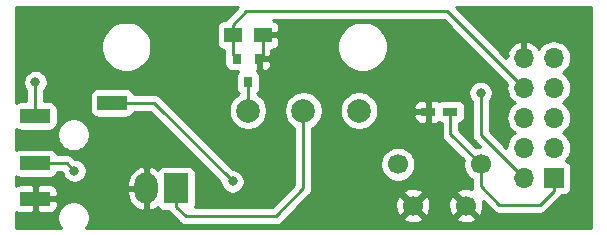
<source format=gtl>
G04 #@! TF.GenerationSoftware,KiCad,Pcbnew,(5.1.0)-1*
G04 #@! TF.CreationDate,2019-04-11T16:44:05+05:30*
G04 #@! TF.ProjectId,senseBe_rev3_daughter,73656e73-6542-4655-9f72-6576335f6461,rev?*
G04 #@! TF.SameCoordinates,Original*
G04 #@! TF.FileFunction,Copper,L1,Top*
G04 #@! TF.FilePolarity,Positive*
%FSLAX46Y46*%
G04 Gerber Fmt 4.6, Leading zero omitted, Abs format (unit mm)*
G04 Created by KiCad (PCBNEW (5.1.0)-1) date 2019-04-11 16:44:05*
%MOMM*%
%LPD*%
G04 APERTURE LIST*
%ADD10R,1.700000X1.700000*%
%ADD11O,1.700000X1.700000*%
%ADD12R,2.500000X1.200000*%
%ADD13C,2.000000*%
%ADD14O,2.000000X2.600000*%
%ADD15R,2.000000X2.600000*%
%ADD16R,1.200000X0.750000*%
%ADD17R,1.500000X1.250000*%
%ADD18R,0.800000X0.900000*%
%ADD19C,1.700000*%
%ADD20C,0.800000*%
%ADD21C,0.250000*%
%ADD22C,0.254000*%
G04 APERTURE END LIST*
D10*
X56200000Y-25100000D03*
D11*
X53660000Y-25100000D03*
X56200000Y-22560000D03*
X53660000Y-22560000D03*
X56200000Y-20020000D03*
X53660000Y-20020000D03*
X56200000Y-17480000D03*
X53660000Y-17480000D03*
X56200000Y-14940000D03*
X53660000Y-14940000D03*
D12*
X18798000Y-18759000D03*
X12298000Y-19859000D03*
X12298000Y-23859000D03*
X12298000Y-26859000D03*
D13*
X35000000Y-19400000D03*
X30300000Y-19400000D03*
X39700000Y-19400000D03*
D14*
X21700000Y-26000000D03*
D15*
X24240000Y-26000000D03*
D16*
X47450000Y-19500000D03*
X45550000Y-19500000D03*
D17*
X31550000Y-13000000D03*
X29050000Y-13000000D03*
D18*
X31250000Y-15000000D03*
X29350000Y-15000000D03*
X30300000Y-17000000D03*
D19*
X44250000Y-27450000D03*
X48750000Y-27450000D03*
X43000000Y-23950000D03*
X50000000Y-23950000D03*
D20*
X33000000Y-13000000D03*
X12300000Y-17000000D03*
X50000000Y-17900000D03*
X29000000Y-25400000D03*
X15600000Y-24500000D03*
D21*
X31550000Y-14700000D02*
X31250000Y-15000000D01*
X31550000Y-13000000D02*
X31550000Y-14700000D01*
X31550000Y-13000000D02*
X33000000Y-13000000D01*
X45550000Y-26150000D02*
X45550000Y-19500000D01*
X44250000Y-27450000D02*
X45550000Y-26150000D01*
X35000000Y-19400000D02*
X35000000Y-26000000D01*
X32645000Y-28355000D02*
X25045000Y-28355000D01*
X35000000Y-26000000D02*
X32645000Y-28355000D01*
X24240000Y-27550000D02*
X24240000Y-26000000D01*
X25045000Y-28355000D02*
X24240000Y-27550000D01*
X56200000Y-26200000D02*
X55000000Y-27400000D01*
X56200000Y-25100000D02*
X56200000Y-26200000D01*
X55000000Y-27400000D02*
X51600000Y-27400000D01*
X50000000Y-25800000D02*
X50000000Y-23950000D01*
X51600000Y-27400000D02*
X50000000Y-25800000D01*
X47450000Y-21400000D02*
X50000000Y-23950000D01*
X47450000Y-19500000D02*
X47450000Y-21400000D01*
X29050000Y-14700000D02*
X29350000Y-15000000D01*
X29050000Y-13000000D02*
X29050000Y-14700000D01*
X29050000Y-12125000D02*
X29050000Y-13000000D01*
X30175000Y-11000000D02*
X29050000Y-12125000D01*
X47180000Y-11000000D02*
X30175000Y-11000000D01*
X53660000Y-17480000D02*
X47180000Y-11000000D01*
X12298000Y-19859000D02*
X12298000Y-17002000D01*
X12298000Y-17002000D02*
X12300000Y-17000000D01*
X50000000Y-21440000D02*
X53660000Y-25100000D01*
X50000000Y-17900000D02*
X50000000Y-21440000D01*
X22359000Y-18759000D02*
X18798000Y-18759000D01*
X29000000Y-25400000D02*
X22359000Y-18759000D01*
X12298000Y-23859000D02*
X14959000Y-23859000D01*
X14959000Y-23859000D02*
X15600000Y-24500000D01*
X30300000Y-19400000D02*
X30300000Y-17000000D01*
D22*
G36*
X28539002Y-11561196D02*
G01*
X28509999Y-11584999D01*
X28468986Y-11634974D01*
X28415026Y-11700724D01*
X28395674Y-11736928D01*
X28300000Y-11736928D01*
X28175518Y-11749188D01*
X28055820Y-11785498D01*
X27945506Y-11844463D01*
X27848815Y-11923815D01*
X27769463Y-12020506D01*
X27710498Y-12130820D01*
X27674188Y-12250518D01*
X27661928Y-12375000D01*
X27661928Y-13625000D01*
X27674188Y-13749482D01*
X27710498Y-13869180D01*
X27769463Y-13979494D01*
X27848815Y-14076185D01*
X27945506Y-14155537D01*
X28055820Y-14214502D01*
X28175518Y-14250812D01*
X28290001Y-14262087D01*
X28290001Y-14662668D01*
X28286324Y-14700000D01*
X28290001Y-14737333D01*
X28300998Y-14848986D01*
X28311928Y-14885018D01*
X28311928Y-15450000D01*
X28324188Y-15574482D01*
X28360498Y-15694180D01*
X28419463Y-15804494D01*
X28498815Y-15901185D01*
X28595506Y-15980537D01*
X28705820Y-16039502D01*
X28825518Y-16075812D01*
X28950000Y-16088072D01*
X29461905Y-16088072D01*
X29448815Y-16098815D01*
X29369463Y-16195506D01*
X29310498Y-16305820D01*
X29274188Y-16425518D01*
X29261928Y-16550000D01*
X29261928Y-17450000D01*
X29274188Y-17574482D01*
X29310498Y-17694180D01*
X29369463Y-17804494D01*
X29448815Y-17901185D01*
X29516761Y-17956946D01*
X29257748Y-18130013D01*
X29030013Y-18357748D01*
X28851082Y-18625537D01*
X28727832Y-18923088D01*
X28665000Y-19238967D01*
X28665000Y-19561033D01*
X28727832Y-19876912D01*
X28851082Y-20174463D01*
X29030013Y-20442252D01*
X29257748Y-20669987D01*
X29525537Y-20848918D01*
X29823088Y-20972168D01*
X30138967Y-21035000D01*
X30461033Y-21035000D01*
X30776912Y-20972168D01*
X31074463Y-20848918D01*
X31342252Y-20669987D01*
X31569987Y-20442252D01*
X31748918Y-20174463D01*
X31872168Y-19876912D01*
X31935000Y-19561033D01*
X31935000Y-19238967D01*
X31872168Y-18923088D01*
X31748918Y-18625537D01*
X31569987Y-18357748D01*
X31342252Y-18130013D01*
X31083239Y-17956946D01*
X31151185Y-17901185D01*
X31230537Y-17804494D01*
X31289502Y-17694180D01*
X31325812Y-17574482D01*
X31338072Y-17450000D01*
X31338072Y-16550000D01*
X31325812Y-16425518D01*
X31289502Y-16305820D01*
X31230537Y-16195506D01*
X31151185Y-16098815D01*
X31054494Y-16019463D01*
X31038393Y-16010857D01*
X31123000Y-15926250D01*
X31123000Y-15127000D01*
X31377000Y-15127000D01*
X31377000Y-15926250D01*
X31535750Y-16085000D01*
X31650000Y-16088072D01*
X31774482Y-16075812D01*
X31894180Y-16039502D01*
X32004494Y-15980537D01*
X32101185Y-15901185D01*
X32180537Y-15804494D01*
X32239502Y-15694180D01*
X32275812Y-15574482D01*
X32288072Y-15450000D01*
X32285000Y-15285750D01*
X32126250Y-15127000D01*
X31377000Y-15127000D01*
X31123000Y-15127000D01*
X31103000Y-15127000D01*
X31103000Y-14873000D01*
X31123000Y-14873000D01*
X31123000Y-14853000D01*
X31377000Y-14853000D01*
X31377000Y-14873000D01*
X32126250Y-14873000D01*
X32285000Y-14714250D01*
X32288072Y-14550000D01*
X32275812Y-14425518D01*
X32239502Y-14305820D01*
X32216357Y-14262519D01*
X32300000Y-14263072D01*
X32424482Y-14250812D01*
X32544180Y-14214502D01*
X32654494Y-14155537D01*
X32751185Y-14076185D01*
X32830537Y-13979494D01*
X32889502Y-13869180D01*
X32913605Y-13789721D01*
X37865000Y-13789721D01*
X37865000Y-14210279D01*
X37947047Y-14622756D01*
X38107988Y-15011302D01*
X38341637Y-15360983D01*
X38639017Y-15658363D01*
X38988698Y-15892012D01*
X39377244Y-16052953D01*
X39789721Y-16135000D01*
X40210279Y-16135000D01*
X40622756Y-16052953D01*
X41011302Y-15892012D01*
X41360983Y-15658363D01*
X41658363Y-15360983D01*
X41892012Y-15011302D01*
X42052953Y-14622756D01*
X42135000Y-14210279D01*
X42135000Y-13789721D01*
X42052953Y-13377244D01*
X41892012Y-12988698D01*
X41658363Y-12639017D01*
X41360983Y-12341637D01*
X41011302Y-12107988D01*
X40622756Y-11947047D01*
X40210279Y-11865000D01*
X39789721Y-11865000D01*
X39377244Y-11947047D01*
X38988698Y-12107988D01*
X38639017Y-12341637D01*
X38341637Y-12639017D01*
X38107988Y-12988698D01*
X37947047Y-13377244D01*
X37865000Y-13789721D01*
X32913605Y-13789721D01*
X32925812Y-13749482D01*
X32938072Y-13625000D01*
X32935000Y-13285750D01*
X32776250Y-13127000D01*
X31677000Y-13127000D01*
X31677000Y-13147000D01*
X31423000Y-13147000D01*
X31423000Y-13127000D01*
X31403000Y-13127000D01*
X31403000Y-12873000D01*
X31423000Y-12873000D01*
X31423000Y-12853000D01*
X31677000Y-12853000D01*
X31677000Y-12873000D01*
X32776250Y-12873000D01*
X32935000Y-12714250D01*
X32938072Y-12375000D01*
X32925812Y-12250518D01*
X32889502Y-12130820D01*
X32830537Y-12020506D01*
X32751185Y-11923815D01*
X32654494Y-11844463D01*
X32544180Y-11785498D01*
X32460124Y-11760000D01*
X46865199Y-11760000D01*
X52219203Y-17114005D01*
X52196487Y-17188889D01*
X52167815Y-17480000D01*
X52196487Y-17771111D01*
X52281401Y-18051034D01*
X52419294Y-18309014D01*
X52604866Y-18535134D01*
X52830986Y-18720706D01*
X52885791Y-18750000D01*
X52830986Y-18779294D01*
X52604866Y-18964866D01*
X52419294Y-19190986D01*
X52281401Y-19448966D01*
X52196487Y-19728889D01*
X52167815Y-20020000D01*
X52196487Y-20311111D01*
X52281401Y-20591034D01*
X52419294Y-20849014D01*
X52604866Y-21075134D01*
X52830986Y-21260706D01*
X52885791Y-21290000D01*
X52830986Y-21319294D01*
X52604866Y-21504866D01*
X52419294Y-21730986D01*
X52281401Y-21988966D01*
X52196487Y-22268889D01*
X52170235Y-22535433D01*
X50760000Y-21125199D01*
X50760000Y-18603711D01*
X50803937Y-18559774D01*
X50917205Y-18390256D01*
X50995226Y-18201898D01*
X51035000Y-18001939D01*
X51035000Y-17798061D01*
X50995226Y-17598102D01*
X50917205Y-17409744D01*
X50803937Y-17240226D01*
X50659774Y-17096063D01*
X50490256Y-16982795D01*
X50301898Y-16904774D01*
X50101939Y-16865000D01*
X49898061Y-16865000D01*
X49698102Y-16904774D01*
X49509744Y-16982795D01*
X49340226Y-17096063D01*
X49196063Y-17240226D01*
X49082795Y-17409744D01*
X49004774Y-17598102D01*
X48965000Y-17798061D01*
X48965000Y-18001939D01*
X49004774Y-18201898D01*
X49082795Y-18390256D01*
X49196063Y-18559774D01*
X49240000Y-18603711D01*
X49240001Y-21402668D01*
X49236324Y-21440000D01*
X49250998Y-21588985D01*
X49294454Y-21732246D01*
X49365026Y-21864276D01*
X49427173Y-21940001D01*
X49460000Y-21980001D01*
X49488998Y-22003799D01*
X49950199Y-22465000D01*
X49853740Y-22465000D01*
X49633592Y-22508790D01*
X48210000Y-21085199D01*
X48210000Y-20490038D01*
X48294180Y-20464502D01*
X48404494Y-20405537D01*
X48501185Y-20326185D01*
X48580537Y-20229494D01*
X48639502Y-20119180D01*
X48675812Y-19999482D01*
X48688072Y-19875000D01*
X48688072Y-19125000D01*
X48675812Y-19000518D01*
X48639502Y-18880820D01*
X48580537Y-18770506D01*
X48501185Y-18673815D01*
X48404494Y-18594463D01*
X48294180Y-18535498D01*
X48174482Y-18499188D01*
X48050000Y-18486928D01*
X46850000Y-18486928D01*
X46725518Y-18499188D01*
X46605820Y-18535498D01*
X46500000Y-18592061D01*
X46394180Y-18535498D01*
X46274482Y-18499188D01*
X46150000Y-18486928D01*
X45835750Y-18490000D01*
X45677000Y-18648750D01*
X45677000Y-19373000D01*
X45697000Y-19373000D01*
X45697000Y-19627000D01*
X45677000Y-19627000D01*
X45677000Y-20351250D01*
X45835750Y-20510000D01*
X46150000Y-20513072D01*
X46274482Y-20500812D01*
X46394180Y-20464502D01*
X46500000Y-20407939D01*
X46605820Y-20464502D01*
X46690001Y-20490038D01*
X46690001Y-21362668D01*
X46686324Y-21400000D01*
X46700998Y-21548985D01*
X46744454Y-21692246D01*
X46815026Y-21824276D01*
X46847854Y-21864276D01*
X46910000Y-21940001D01*
X46938998Y-21963799D01*
X48558790Y-23583592D01*
X48515000Y-23803740D01*
X48515000Y-24096260D01*
X48572068Y-24383158D01*
X48684010Y-24653411D01*
X48846525Y-24896632D01*
X49053368Y-25103475D01*
X49240000Y-25228179D01*
X49240000Y-25762677D01*
X49236324Y-25800000D01*
X49240000Y-25837322D01*
X49240000Y-25837332D01*
X49250997Y-25948985D01*
X49284590Y-26059729D01*
X49257117Y-26046629D01*
X48973589Y-25974661D01*
X48681469Y-25959389D01*
X48391981Y-26001401D01*
X48116253Y-26099081D01*
X47978843Y-26172528D01*
X47901208Y-26421603D01*
X48750000Y-27270395D01*
X48764143Y-27256253D01*
X48943748Y-27435858D01*
X48929605Y-27450000D01*
X49778397Y-28298792D01*
X50027472Y-28221157D01*
X50153371Y-27957117D01*
X50225339Y-27673589D01*
X50240611Y-27381469D01*
X50198599Y-27091981D01*
X50188405Y-27063207D01*
X51036201Y-27911003D01*
X51059999Y-27940001D01*
X51175724Y-28034974D01*
X51307753Y-28105546D01*
X51451014Y-28149003D01*
X51562667Y-28160000D01*
X51562675Y-28160000D01*
X51600000Y-28163676D01*
X51637325Y-28160000D01*
X54962678Y-28160000D01*
X55000000Y-28163676D01*
X55037322Y-28160000D01*
X55037333Y-28160000D01*
X55148986Y-28149003D01*
X55292247Y-28105546D01*
X55424276Y-28034974D01*
X55540001Y-27940001D01*
X55563804Y-27910997D01*
X56711003Y-26763799D01*
X56740001Y-26740001D01*
X56834974Y-26624276D01*
X56854326Y-26588072D01*
X57050000Y-26588072D01*
X57174482Y-26575812D01*
X57294180Y-26539502D01*
X57404494Y-26480537D01*
X57501185Y-26401185D01*
X57580537Y-26304494D01*
X57639502Y-26194180D01*
X57675812Y-26074482D01*
X57688072Y-25950000D01*
X57688072Y-24250000D01*
X57675812Y-24125518D01*
X57639502Y-24005820D01*
X57580537Y-23895506D01*
X57501185Y-23798815D01*
X57404494Y-23719463D01*
X57294180Y-23660498D01*
X57225313Y-23639607D01*
X57255134Y-23615134D01*
X57440706Y-23389014D01*
X57578599Y-23131034D01*
X57663513Y-22851111D01*
X57692185Y-22560000D01*
X57663513Y-22268889D01*
X57578599Y-21988966D01*
X57440706Y-21730986D01*
X57255134Y-21504866D01*
X57029014Y-21319294D01*
X56974209Y-21290000D01*
X57029014Y-21260706D01*
X57255134Y-21075134D01*
X57440706Y-20849014D01*
X57578599Y-20591034D01*
X57663513Y-20311111D01*
X57692185Y-20020000D01*
X57663513Y-19728889D01*
X57578599Y-19448966D01*
X57440706Y-19190986D01*
X57255134Y-18964866D01*
X57029014Y-18779294D01*
X56974209Y-18750000D01*
X57029014Y-18720706D01*
X57255134Y-18535134D01*
X57440706Y-18309014D01*
X57578599Y-18051034D01*
X57663513Y-17771111D01*
X57692185Y-17480000D01*
X57663513Y-17188889D01*
X57578599Y-16908966D01*
X57440706Y-16650986D01*
X57255134Y-16424866D01*
X57029014Y-16239294D01*
X56974209Y-16210000D01*
X57029014Y-16180706D01*
X57255134Y-15995134D01*
X57440706Y-15769014D01*
X57578599Y-15511034D01*
X57663513Y-15231111D01*
X57692185Y-14940000D01*
X57663513Y-14648889D01*
X57578599Y-14368966D01*
X57440706Y-14110986D01*
X57255134Y-13884866D01*
X57029014Y-13699294D01*
X56771034Y-13561401D01*
X56491111Y-13476487D01*
X56272950Y-13455000D01*
X56127050Y-13455000D01*
X55908889Y-13476487D01*
X55628966Y-13561401D01*
X55370986Y-13699294D01*
X55144866Y-13884866D01*
X54959294Y-14110986D01*
X54928416Y-14168756D01*
X54757588Y-13939731D01*
X54541355Y-13744822D01*
X54291252Y-13595843D01*
X54016891Y-13498519D01*
X53787000Y-13619186D01*
X53787000Y-14813000D01*
X53807000Y-14813000D01*
X53807000Y-15067000D01*
X53787000Y-15067000D01*
X53787000Y-15087000D01*
X53533000Y-15087000D01*
X53533000Y-15067000D01*
X53513000Y-15067000D01*
X53513000Y-14813000D01*
X53533000Y-14813000D01*
X53533000Y-13619186D01*
X53303109Y-13498519D01*
X53028748Y-13595843D01*
X52778645Y-13744822D01*
X52562412Y-13939731D01*
X52388359Y-14173080D01*
X52263175Y-14435901D01*
X52218524Y-14583110D01*
X52339844Y-14812998D01*
X52175000Y-14812998D01*
X52175000Y-14920198D01*
X47914801Y-10660000D01*
X59340001Y-10660000D01*
X59340000Y-29340000D01*
X16625059Y-29340000D01*
X16775371Y-29115043D01*
X16879775Y-28862989D01*
X16933000Y-28595411D01*
X16933000Y-28322589D01*
X16879775Y-28055011D01*
X16775371Y-27802957D01*
X16623799Y-27576114D01*
X16430886Y-27383201D01*
X16204043Y-27231629D01*
X15951989Y-27127225D01*
X15684411Y-27074000D01*
X15411589Y-27074000D01*
X15144011Y-27127225D01*
X14891957Y-27231629D01*
X14665114Y-27383201D01*
X14472201Y-27576114D01*
X14320629Y-27802957D01*
X14216225Y-28055011D01*
X14163000Y-28322589D01*
X14163000Y-28595411D01*
X14216225Y-28862989D01*
X14320629Y-29115043D01*
X14470941Y-29340000D01*
X10660000Y-29340000D01*
X10660000Y-27962039D01*
X10693506Y-27989537D01*
X10803820Y-28048502D01*
X10923518Y-28084812D01*
X11048000Y-28097072D01*
X12012250Y-28094000D01*
X12171000Y-27935250D01*
X12171000Y-26986000D01*
X12425000Y-26986000D01*
X12425000Y-27935250D01*
X12583750Y-28094000D01*
X13548000Y-28097072D01*
X13672482Y-28084812D01*
X13792180Y-28048502D01*
X13902494Y-27989537D01*
X13999185Y-27910185D01*
X14078537Y-27813494D01*
X14137502Y-27703180D01*
X14173812Y-27583482D01*
X14186072Y-27459000D01*
X14183000Y-27144750D01*
X14024250Y-26986000D01*
X12425000Y-26986000D01*
X12171000Y-26986000D01*
X12151000Y-26986000D01*
X12151000Y-26732000D01*
X12171000Y-26732000D01*
X12171000Y-25782750D01*
X12425000Y-25782750D01*
X12425000Y-26732000D01*
X14024250Y-26732000D01*
X14183000Y-26573250D01*
X14186072Y-26259000D01*
X14173812Y-26134518D01*
X14171532Y-26127000D01*
X20065000Y-26127000D01*
X20065000Y-26427000D01*
X20121193Y-26743532D01*
X20238058Y-27043020D01*
X20411105Y-27313954D01*
X20633683Y-27545922D01*
X20897239Y-27730010D01*
X21191645Y-27859144D01*
X21319566Y-27890124D01*
X21573000Y-27770777D01*
X21573000Y-26127000D01*
X20065000Y-26127000D01*
X14171532Y-26127000D01*
X14137502Y-26014820D01*
X14078537Y-25904506D01*
X13999185Y-25807815D01*
X13902494Y-25728463D01*
X13792180Y-25669498D01*
X13672482Y-25633188D01*
X13548000Y-25620928D01*
X12583750Y-25624000D01*
X12425000Y-25782750D01*
X12171000Y-25782750D01*
X12012250Y-25624000D01*
X11048000Y-25620928D01*
X10923518Y-25633188D01*
X10803820Y-25669498D01*
X10693506Y-25728463D01*
X10660000Y-25755961D01*
X10660000Y-25573000D01*
X20065000Y-25573000D01*
X20065000Y-25873000D01*
X21573000Y-25873000D01*
X21573000Y-24229223D01*
X21827000Y-24229223D01*
X21827000Y-25873000D01*
X21847000Y-25873000D01*
X21847000Y-26127000D01*
X21827000Y-26127000D01*
X21827000Y-27770777D01*
X22080434Y-27890124D01*
X22208355Y-27859144D01*
X22502761Y-27730010D01*
X22682662Y-27604353D01*
X22709463Y-27654494D01*
X22788815Y-27751185D01*
X22885506Y-27830537D01*
X22995820Y-27889502D01*
X23115518Y-27925812D01*
X23240000Y-27938072D01*
X23585674Y-27938072D01*
X23605026Y-27974276D01*
X23617551Y-27989537D01*
X23699999Y-28090001D01*
X23729002Y-28113803D01*
X24481201Y-28866002D01*
X24504999Y-28895001D01*
X24533997Y-28918799D01*
X24620723Y-28989974D01*
X24752753Y-29060546D01*
X24896014Y-29104003D01*
X25007667Y-29115000D01*
X25007677Y-29115000D01*
X25045000Y-29118676D01*
X25082323Y-29115000D01*
X32607678Y-29115000D01*
X32645000Y-29118676D01*
X32682322Y-29115000D01*
X32682333Y-29115000D01*
X32793986Y-29104003D01*
X32937247Y-29060546D01*
X33069276Y-28989974D01*
X33185001Y-28895001D01*
X33208804Y-28865997D01*
X33596404Y-28478397D01*
X43401208Y-28478397D01*
X43478843Y-28727472D01*
X43742883Y-28853371D01*
X44026411Y-28925339D01*
X44318531Y-28940611D01*
X44608019Y-28898599D01*
X44883747Y-28800919D01*
X45021157Y-28727472D01*
X45098792Y-28478397D01*
X47901208Y-28478397D01*
X47978843Y-28727472D01*
X48242883Y-28853371D01*
X48526411Y-28925339D01*
X48818531Y-28940611D01*
X49108019Y-28898599D01*
X49383747Y-28800919D01*
X49521157Y-28727472D01*
X49598792Y-28478397D01*
X48750000Y-27629605D01*
X47901208Y-28478397D01*
X45098792Y-28478397D01*
X44250000Y-27629605D01*
X43401208Y-28478397D01*
X33596404Y-28478397D01*
X34556270Y-27518531D01*
X42759389Y-27518531D01*
X42801401Y-27808019D01*
X42899081Y-28083747D01*
X42972528Y-28221157D01*
X43221603Y-28298792D01*
X44070395Y-27450000D01*
X44429605Y-27450000D01*
X45278397Y-28298792D01*
X45527472Y-28221157D01*
X45653371Y-27957117D01*
X45725339Y-27673589D01*
X45733445Y-27518531D01*
X47259389Y-27518531D01*
X47301401Y-27808019D01*
X47399081Y-28083747D01*
X47472528Y-28221157D01*
X47721603Y-28298792D01*
X48570395Y-27450000D01*
X47721603Y-26601208D01*
X47472528Y-26678843D01*
X47346629Y-26942883D01*
X47274661Y-27226411D01*
X47259389Y-27518531D01*
X45733445Y-27518531D01*
X45740611Y-27381469D01*
X45698599Y-27091981D01*
X45600919Y-26816253D01*
X45527472Y-26678843D01*
X45278397Y-26601208D01*
X44429605Y-27450000D01*
X44070395Y-27450000D01*
X43221603Y-26601208D01*
X42972528Y-26678843D01*
X42846629Y-26942883D01*
X42774661Y-27226411D01*
X42759389Y-27518531D01*
X34556270Y-27518531D01*
X35511003Y-26563799D01*
X35540001Y-26540001D01*
X35588802Y-26480537D01*
X35634974Y-26424277D01*
X35636403Y-26421603D01*
X43401208Y-26421603D01*
X44250000Y-27270395D01*
X45098792Y-26421603D01*
X45021157Y-26172528D01*
X44757117Y-26046629D01*
X44473589Y-25974661D01*
X44181469Y-25959389D01*
X43891981Y-26001401D01*
X43616253Y-26099081D01*
X43478843Y-26172528D01*
X43401208Y-26421603D01*
X35636403Y-26421603D01*
X35705546Y-26292247D01*
X35715631Y-26259000D01*
X35749003Y-26148986D01*
X35760000Y-26037333D01*
X35760000Y-26037323D01*
X35763676Y-26000000D01*
X35760000Y-25962677D01*
X35760000Y-23803740D01*
X41515000Y-23803740D01*
X41515000Y-24096260D01*
X41572068Y-24383158D01*
X41684010Y-24653411D01*
X41846525Y-24896632D01*
X42053368Y-25103475D01*
X42296589Y-25265990D01*
X42566842Y-25377932D01*
X42853740Y-25435000D01*
X43146260Y-25435000D01*
X43433158Y-25377932D01*
X43703411Y-25265990D01*
X43946632Y-25103475D01*
X44153475Y-24896632D01*
X44315990Y-24653411D01*
X44427932Y-24383158D01*
X44485000Y-24096260D01*
X44485000Y-23803740D01*
X44427932Y-23516842D01*
X44315990Y-23246589D01*
X44153475Y-23003368D01*
X43946632Y-22796525D01*
X43703411Y-22634010D01*
X43433158Y-22522068D01*
X43146260Y-22465000D01*
X42853740Y-22465000D01*
X42566842Y-22522068D01*
X42296589Y-22634010D01*
X42053368Y-22796525D01*
X41846525Y-23003368D01*
X41684010Y-23246589D01*
X41572068Y-23516842D01*
X41515000Y-23803740D01*
X35760000Y-23803740D01*
X35760000Y-20854909D01*
X35774463Y-20848918D01*
X36042252Y-20669987D01*
X36269987Y-20442252D01*
X36448918Y-20174463D01*
X36572168Y-19876912D01*
X36635000Y-19561033D01*
X36635000Y-19238967D01*
X38065000Y-19238967D01*
X38065000Y-19561033D01*
X38127832Y-19876912D01*
X38251082Y-20174463D01*
X38430013Y-20442252D01*
X38657748Y-20669987D01*
X38925537Y-20848918D01*
X39223088Y-20972168D01*
X39538967Y-21035000D01*
X39861033Y-21035000D01*
X40176912Y-20972168D01*
X40474463Y-20848918D01*
X40742252Y-20669987D01*
X40969987Y-20442252D01*
X41148918Y-20174463D01*
X41272168Y-19876912D01*
X41272548Y-19875000D01*
X44311928Y-19875000D01*
X44324188Y-19999482D01*
X44360498Y-20119180D01*
X44419463Y-20229494D01*
X44498815Y-20326185D01*
X44595506Y-20405537D01*
X44705820Y-20464502D01*
X44825518Y-20500812D01*
X44950000Y-20513072D01*
X45264250Y-20510000D01*
X45423000Y-20351250D01*
X45423000Y-19627000D01*
X44473750Y-19627000D01*
X44315000Y-19785750D01*
X44311928Y-19875000D01*
X41272548Y-19875000D01*
X41335000Y-19561033D01*
X41335000Y-19238967D01*
X41312331Y-19125000D01*
X44311928Y-19125000D01*
X44315000Y-19214250D01*
X44473750Y-19373000D01*
X45423000Y-19373000D01*
X45423000Y-18648750D01*
X45264250Y-18490000D01*
X44950000Y-18486928D01*
X44825518Y-18499188D01*
X44705820Y-18535498D01*
X44595506Y-18594463D01*
X44498815Y-18673815D01*
X44419463Y-18770506D01*
X44360498Y-18880820D01*
X44324188Y-19000518D01*
X44311928Y-19125000D01*
X41312331Y-19125000D01*
X41272168Y-18923088D01*
X41148918Y-18625537D01*
X40969987Y-18357748D01*
X40742252Y-18130013D01*
X40474463Y-17951082D01*
X40176912Y-17827832D01*
X39861033Y-17765000D01*
X39538967Y-17765000D01*
X39223088Y-17827832D01*
X38925537Y-17951082D01*
X38657748Y-18130013D01*
X38430013Y-18357748D01*
X38251082Y-18625537D01*
X38127832Y-18923088D01*
X38065000Y-19238967D01*
X36635000Y-19238967D01*
X36572168Y-18923088D01*
X36448918Y-18625537D01*
X36269987Y-18357748D01*
X36042252Y-18130013D01*
X35774463Y-17951082D01*
X35476912Y-17827832D01*
X35161033Y-17765000D01*
X34838967Y-17765000D01*
X34523088Y-17827832D01*
X34225537Y-17951082D01*
X33957748Y-18130013D01*
X33730013Y-18357748D01*
X33551082Y-18625537D01*
X33427832Y-18923088D01*
X33365000Y-19238967D01*
X33365000Y-19561033D01*
X33427832Y-19876912D01*
X33551082Y-20174463D01*
X33730013Y-20442252D01*
X33957748Y-20669987D01*
X34225537Y-20848918D01*
X34240000Y-20854909D01*
X34240001Y-25685197D01*
X32330199Y-27595000D01*
X25802338Y-27595000D01*
X25829502Y-27544180D01*
X25865812Y-27424482D01*
X25878072Y-27300000D01*
X25878072Y-24700000D01*
X25865812Y-24575518D01*
X25829502Y-24455820D01*
X25770537Y-24345506D01*
X25691185Y-24248815D01*
X25594494Y-24169463D01*
X25484180Y-24110498D01*
X25364482Y-24074188D01*
X25240000Y-24061928D01*
X23240000Y-24061928D01*
X23115518Y-24074188D01*
X22995820Y-24110498D01*
X22885506Y-24169463D01*
X22788815Y-24248815D01*
X22709463Y-24345506D01*
X22682662Y-24395647D01*
X22502761Y-24269990D01*
X22208355Y-24140856D01*
X22080434Y-24109876D01*
X21827000Y-24229223D01*
X21573000Y-24229223D01*
X21319566Y-24109876D01*
X21191645Y-24140856D01*
X20897239Y-24269990D01*
X20633683Y-24454078D01*
X20411105Y-24686046D01*
X20238058Y-24956980D01*
X20121193Y-25256468D01*
X20065000Y-25573000D01*
X10660000Y-25573000D01*
X10660000Y-24962039D01*
X10693506Y-24989537D01*
X10803820Y-25048502D01*
X10923518Y-25084812D01*
X11048000Y-25097072D01*
X13548000Y-25097072D01*
X13672482Y-25084812D01*
X13792180Y-25048502D01*
X13902494Y-24989537D01*
X13999185Y-24910185D01*
X14078537Y-24813494D01*
X14137502Y-24703180D01*
X14163038Y-24619000D01*
X14568394Y-24619000D01*
X14604774Y-24801898D01*
X14682795Y-24990256D01*
X14796063Y-25159774D01*
X14940226Y-25303937D01*
X15109744Y-25417205D01*
X15298102Y-25495226D01*
X15498061Y-25535000D01*
X15701939Y-25535000D01*
X15901898Y-25495226D01*
X16090256Y-25417205D01*
X16259774Y-25303937D01*
X16403937Y-25159774D01*
X16517205Y-24990256D01*
X16595226Y-24801898D01*
X16635000Y-24601939D01*
X16635000Y-24398061D01*
X16595226Y-24198102D01*
X16517205Y-24009744D01*
X16403937Y-23840226D01*
X16259774Y-23696063D01*
X16090256Y-23582795D01*
X15901898Y-23504774D01*
X15701939Y-23465000D01*
X15639801Y-23465000D01*
X15522803Y-23348002D01*
X15499001Y-23318999D01*
X15383276Y-23224026D01*
X15251247Y-23153454D01*
X15107986Y-23109997D01*
X14996333Y-23099000D01*
X14996322Y-23099000D01*
X14959000Y-23095324D01*
X14921678Y-23099000D01*
X14163038Y-23099000D01*
X14137502Y-23014820D01*
X14078537Y-22904506D01*
X13999185Y-22807815D01*
X13902494Y-22728463D01*
X13792180Y-22669498D01*
X13672482Y-22633188D01*
X13548000Y-22620928D01*
X11048000Y-22620928D01*
X10923518Y-22633188D01*
X10803820Y-22669498D01*
X10693506Y-22728463D01*
X10660000Y-22755961D01*
X10660000Y-21322589D01*
X14163000Y-21322589D01*
X14163000Y-21595411D01*
X14216225Y-21862989D01*
X14320629Y-22115043D01*
X14472201Y-22341886D01*
X14665114Y-22534799D01*
X14891957Y-22686371D01*
X15144011Y-22790775D01*
X15411589Y-22844000D01*
X15684411Y-22844000D01*
X15951989Y-22790775D01*
X16204043Y-22686371D01*
X16430886Y-22534799D01*
X16623799Y-22341886D01*
X16775371Y-22115043D01*
X16879775Y-21862989D01*
X16933000Y-21595411D01*
X16933000Y-21322589D01*
X16879775Y-21055011D01*
X16775371Y-20802957D01*
X16623799Y-20576114D01*
X16430886Y-20383201D01*
X16204043Y-20231629D01*
X15951989Y-20127225D01*
X15684411Y-20074000D01*
X15411589Y-20074000D01*
X15144011Y-20127225D01*
X14891957Y-20231629D01*
X14665114Y-20383201D01*
X14472201Y-20576114D01*
X14320629Y-20802957D01*
X14216225Y-21055011D01*
X14163000Y-21322589D01*
X10660000Y-21322589D01*
X10660000Y-20962039D01*
X10693506Y-20989537D01*
X10803820Y-21048502D01*
X10923518Y-21084812D01*
X11048000Y-21097072D01*
X13548000Y-21097072D01*
X13672482Y-21084812D01*
X13792180Y-21048502D01*
X13902494Y-20989537D01*
X13999185Y-20910185D01*
X14078537Y-20813494D01*
X14137502Y-20703180D01*
X14173812Y-20583482D01*
X14186072Y-20459000D01*
X14186072Y-19259000D01*
X14173812Y-19134518D01*
X14137502Y-19014820D01*
X14078537Y-18904506D01*
X13999185Y-18807815D01*
X13902494Y-18728463D01*
X13792180Y-18669498D01*
X13672482Y-18633188D01*
X13548000Y-18620928D01*
X13058000Y-18620928D01*
X13058000Y-18159000D01*
X16909928Y-18159000D01*
X16909928Y-19359000D01*
X16922188Y-19483482D01*
X16958498Y-19603180D01*
X17017463Y-19713494D01*
X17096815Y-19810185D01*
X17193506Y-19889537D01*
X17303820Y-19948502D01*
X17423518Y-19984812D01*
X17548000Y-19997072D01*
X20048000Y-19997072D01*
X20172482Y-19984812D01*
X20292180Y-19948502D01*
X20402494Y-19889537D01*
X20499185Y-19810185D01*
X20578537Y-19713494D01*
X20637502Y-19603180D01*
X20663038Y-19519000D01*
X22044199Y-19519000D01*
X27965000Y-25439802D01*
X27965000Y-25501939D01*
X28004774Y-25701898D01*
X28082795Y-25890256D01*
X28196063Y-26059774D01*
X28340226Y-26203937D01*
X28509744Y-26317205D01*
X28698102Y-26395226D01*
X28898061Y-26435000D01*
X29101939Y-26435000D01*
X29301898Y-26395226D01*
X29490256Y-26317205D01*
X29659774Y-26203937D01*
X29803937Y-26059774D01*
X29917205Y-25890256D01*
X29995226Y-25701898D01*
X30035000Y-25501939D01*
X30035000Y-25298061D01*
X29995226Y-25098102D01*
X29917205Y-24909744D01*
X29803937Y-24740226D01*
X29659774Y-24596063D01*
X29490256Y-24482795D01*
X29301898Y-24404774D01*
X29101939Y-24365000D01*
X29039802Y-24365000D01*
X22922804Y-18248003D01*
X22899001Y-18218999D01*
X22783276Y-18124026D01*
X22651247Y-18053454D01*
X22507986Y-18009997D01*
X22396333Y-17999000D01*
X22396322Y-17999000D01*
X22359000Y-17995324D01*
X22321678Y-17999000D01*
X20663038Y-17999000D01*
X20637502Y-17914820D01*
X20578537Y-17804506D01*
X20499185Y-17707815D01*
X20402494Y-17628463D01*
X20292180Y-17569498D01*
X20172482Y-17533188D01*
X20048000Y-17520928D01*
X17548000Y-17520928D01*
X17423518Y-17533188D01*
X17303820Y-17569498D01*
X17193506Y-17628463D01*
X17096815Y-17707815D01*
X17017463Y-17804506D01*
X16958498Y-17914820D01*
X16922188Y-18034518D01*
X16909928Y-18159000D01*
X13058000Y-18159000D01*
X13058000Y-17705711D01*
X13103937Y-17659774D01*
X13217205Y-17490256D01*
X13295226Y-17301898D01*
X13335000Y-17101939D01*
X13335000Y-16898061D01*
X13295226Y-16698102D01*
X13217205Y-16509744D01*
X13103937Y-16340226D01*
X12959774Y-16196063D01*
X12790256Y-16082795D01*
X12601898Y-16004774D01*
X12401939Y-15965000D01*
X12198061Y-15965000D01*
X11998102Y-16004774D01*
X11809744Y-16082795D01*
X11640226Y-16196063D01*
X11496063Y-16340226D01*
X11382795Y-16509744D01*
X11304774Y-16698102D01*
X11265000Y-16898061D01*
X11265000Y-17101939D01*
X11304774Y-17301898D01*
X11382795Y-17490256D01*
X11496063Y-17659774D01*
X11538001Y-17701712D01*
X11538000Y-18620928D01*
X11048000Y-18620928D01*
X10923518Y-18633188D01*
X10803820Y-18669498D01*
X10693506Y-18728463D01*
X10660000Y-18755961D01*
X10660000Y-13789721D01*
X17865000Y-13789721D01*
X17865000Y-14210279D01*
X17947047Y-14622756D01*
X18107988Y-15011302D01*
X18341637Y-15360983D01*
X18639017Y-15658363D01*
X18988698Y-15892012D01*
X19377244Y-16052953D01*
X19789721Y-16135000D01*
X20210279Y-16135000D01*
X20622756Y-16052953D01*
X21011302Y-15892012D01*
X21360983Y-15658363D01*
X21658363Y-15360983D01*
X21892012Y-15011302D01*
X22052953Y-14622756D01*
X22135000Y-14210279D01*
X22135000Y-13789721D01*
X22052953Y-13377244D01*
X21892012Y-12988698D01*
X21658363Y-12639017D01*
X21360983Y-12341637D01*
X21011302Y-12107988D01*
X20622756Y-11947047D01*
X20210279Y-11865000D01*
X19789721Y-11865000D01*
X19377244Y-11947047D01*
X18988698Y-12107988D01*
X18639017Y-12341637D01*
X18341637Y-12639017D01*
X18107988Y-12988698D01*
X17947047Y-13377244D01*
X17865000Y-13789721D01*
X10660000Y-13789721D01*
X10660000Y-10660000D01*
X29440198Y-10660000D01*
X28539002Y-11561196D01*
X28539002Y-11561196D01*
G37*
X28539002Y-11561196D02*
X28509999Y-11584999D01*
X28468986Y-11634974D01*
X28415026Y-11700724D01*
X28395674Y-11736928D01*
X28300000Y-11736928D01*
X28175518Y-11749188D01*
X28055820Y-11785498D01*
X27945506Y-11844463D01*
X27848815Y-11923815D01*
X27769463Y-12020506D01*
X27710498Y-12130820D01*
X27674188Y-12250518D01*
X27661928Y-12375000D01*
X27661928Y-13625000D01*
X27674188Y-13749482D01*
X27710498Y-13869180D01*
X27769463Y-13979494D01*
X27848815Y-14076185D01*
X27945506Y-14155537D01*
X28055820Y-14214502D01*
X28175518Y-14250812D01*
X28290001Y-14262087D01*
X28290001Y-14662668D01*
X28286324Y-14700000D01*
X28290001Y-14737333D01*
X28300998Y-14848986D01*
X28311928Y-14885018D01*
X28311928Y-15450000D01*
X28324188Y-15574482D01*
X28360498Y-15694180D01*
X28419463Y-15804494D01*
X28498815Y-15901185D01*
X28595506Y-15980537D01*
X28705820Y-16039502D01*
X28825518Y-16075812D01*
X28950000Y-16088072D01*
X29461905Y-16088072D01*
X29448815Y-16098815D01*
X29369463Y-16195506D01*
X29310498Y-16305820D01*
X29274188Y-16425518D01*
X29261928Y-16550000D01*
X29261928Y-17450000D01*
X29274188Y-17574482D01*
X29310498Y-17694180D01*
X29369463Y-17804494D01*
X29448815Y-17901185D01*
X29516761Y-17956946D01*
X29257748Y-18130013D01*
X29030013Y-18357748D01*
X28851082Y-18625537D01*
X28727832Y-18923088D01*
X28665000Y-19238967D01*
X28665000Y-19561033D01*
X28727832Y-19876912D01*
X28851082Y-20174463D01*
X29030013Y-20442252D01*
X29257748Y-20669987D01*
X29525537Y-20848918D01*
X29823088Y-20972168D01*
X30138967Y-21035000D01*
X30461033Y-21035000D01*
X30776912Y-20972168D01*
X31074463Y-20848918D01*
X31342252Y-20669987D01*
X31569987Y-20442252D01*
X31748918Y-20174463D01*
X31872168Y-19876912D01*
X31935000Y-19561033D01*
X31935000Y-19238967D01*
X31872168Y-18923088D01*
X31748918Y-18625537D01*
X31569987Y-18357748D01*
X31342252Y-18130013D01*
X31083239Y-17956946D01*
X31151185Y-17901185D01*
X31230537Y-17804494D01*
X31289502Y-17694180D01*
X31325812Y-17574482D01*
X31338072Y-17450000D01*
X31338072Y-16550000D01*
X31325812Y-16425518D01*
X31289502Y-16305820D01*
X31230537Y-16195506D01*
X31151185Y-16098815D01*
X31054494Y-16019463D01*
X31038393Y-16010857D01*
X31123000Y-15926250D01*
X31123000Y-15127000D01*
X31377000Y-15127000D01*
X31377000Y-15926250D01*
X31535750Y-16085000D01*
X31650000Y-16088072D01*
X31774482Y-16075812D01*
X31894180Y-16039502D01*
X32004494Y-15980537D01*
X32101185Y-15901185D01*
X32180537Y-15804494D01*
X32239502Y-15694180D01*
X32275812Y-15574482D01*
X32288072Y-15450000D01*
X32285000Y-15285750D01*
X32126250Y-15127000D01*
X31377000Y-15127000D01*
X31123000Y-15127000D01*
X31103000Y-15127000D01*
X31103000Y-14873000D01*
X31123000Y-14873000D01*
X31123000Y-14853000D01*
X31377000Y-14853000D01*
X31377000Y-14873000D01*
X32126250Y-14873000D01*
X32285000Y-14714250D01*
X32288072Y-14550000D01*
X32275812Y-14425518D01*
X32239502Y-14305820D01*
X32216357Y-14262519D01*
X32300000Y-14263072D01*
X32424482Y-14250812D01*
X32544180Y-14214502D01*
X32654494Y-14155537D01*
X32751185Y-14076185D01*
X32830537Y-13979494D01*
X32889502Y-13869180D01*
X32913605Y-13789721D01*
X37865000Y-13789721D01*
X37865000Y-14210279D01*
X37947047Y-14622756D01*
X38107988Y-15011302D01*
X38341637Y-15360983D01*
X38639017Y-15658363D01*
X38988698Y-15892012D01*
X39377244Y-16052953D01*
X39789721Y-16135000D01*
X40210279Y-16135000D01*
X40622756Y-16052953D01*
X41011302Y-15892012D01*
X41360983Y-15658363D01*
X41658363Y-15360983D01*
X41892012Y-15011302D01*
X42052953Y-14622756D01*
X42135000Y-14210279D01*
X42135000Y-13789721D01*
X42052953Y-13377244D01*
X41892012Y-12988698D01*
X41658363Y-12639017D01*
X41360983Y-12341637D01*
X41011302Y-12107988D01*
X40622756Y-11947047D01*
X40210279Y-11865000D01*
X39789721Y-11865000D01*
X39377244Y-11947047D01*
X38988698Y-12107988D01*
X38639017Y-12341637D01*
X38341637Y-12639017D01*
X38107988Y-12988698D01*
X37947047Y-13377244D01*
X37865000Y-13789721D01*
X32913605Y-13789721D01*
X32925812Y-13749482D01*
X32938072Y-13625000D01*
X32935000Y-13285750D01*
X32776250Y-13127000D01*
X31677000Y-13127000D01*
X31677000Y-13147000D01*
X31423000Y-13147000D01*
X31423000Y-13127000D01*
X31403000Y-13127000D01*
X31403000Y-12873000D01*
X31423000Y-12873000D01*
X31423000Y-12853000D01*
X31677000Y-12853000D01*
X31677000Y-12873000D01*
X32776250Y-12873000D01*
X32935000Y-12714250D01*
X32938072Y-12375000D01*
X32925812Y-12250518D01*
X32889502Y-12130820D01*
X32830537Y-12020506D01*
X32751185Y-11923815D01*
X32654494Y-11844463D01*
X32544180Y-11785498D01*
X32460124Y-11760000D01*
X46865199Y-11760000D01*
X52219203Y-17114005D01*
X52196487Y-17188889D01*
X52167815Y-17480000D01*
X52196487Y-17771111D01*
X52281401Y-18051034D01*
X52419294Y-18309014D01*
X52604866Y-18535134D01*
X52830986Y-18720706D01*
X52885791Y-18750000D01*
X52830986Y-18779294D01*
X52604866Y-18964866D01*
X52419294Y-19190986D01*
X52281401Y-19448966D01*
X52196487Y-19728889D01*
X52167815Y-20020000D01*
X52196487Y-20311111D01*
X52281401Y-20591034D01*
X52419294Y-20849014D01*
X52604866Y-21075134D01*
X52830986Y-21260706D01*
X52885791Y-21290000D01*
X52830986Y-21319294D01*
X52604866Y-21504866D01*
X52419294Y-21730986D01*
X52281401Y-21988966D01*
X52196487Y-22268889D01*
X52170235Y-22535433D01*
X50760000Y-21125199D01*
X50760000Y-18603711D01*
X50803937Y-18559774D01*
X50917205Y-18390256D01*
X50995226Y-18201898D01*
X51035000Y-18001939D01*
X51035000Y-17798061D01*
X50995226Y-17598102D01*
X50917205Y-17409744D01*
X50803937Y-17240226D01*
X50659774Y-17096063D01*
X50490256Y-16982795D01*
X50301898Y-16904774D01*
X50101939Y-16865000D01*
X49898061Y-16865000D01*
X49698102Y-16904774D01*
X49509744Y-16982795D01*
X49340226Y-17096063D01*
X49196063Y-17240226D01*
X49082795Y-17409744D01*
X49004774Y-17598102D01*
X48965000Y-17798061D01*
X48965000Y-18001939D01*
X49004774Y-18201898D01*
X49082795Y-18390256D01*
X49196063Y-18559774D01*
X49240000Y-18603711D01*
X49240001Y-21402668D01*
X49236324Y-21440000D01*
X49250998Y-21588985D01*
X49294454Y-21732246D01*
X49365026Y-21864276D01*
X49427173Y-21940001D01*
X49460000Y-21980001D01*
X49488998Y-22003799D01*
X49950199Y-22465000D01*
X49853740Y-22465000D01*
X49633592Y-22508790D01*
X48210000Y-21085199D01*
X48210000Y-20490038D01*
X48294180Y-20464502D01*
X48404494Y-20405537D01*
X48501185Y-20326185D01*
X48580537Y-20229494D01*
X48639502Y-20119180D01*
X48675812Y-19999482D01*
X48688072Y-19875000D01*
X48688072Y-19125000D01*
X48675812Y-19000518D01*
X48639502Y-18880820D01*
X48580537Y-18770506D01*
X48501185Y-18673815D01*
X48404494Y-18594463D01*
X48294180Y-18535498D01*
X48174482Y-18499188D01*
X48050000Y-18486928D01*
X46850000Y-18486928D01*
X46725518Y-18499188D01*
X46605820Y-18535498D01*
X46500000Y-18592061D01*
X46394180Y-18535498D01*
X46274482Y-18499188D01*
X46150000Y-18486928D01*
X45835750Y-18490000D01*
X45677000Y-18648750D01*
X45677000Y-19373000D01*
X45697000Y-19373000D01*
X45697000Y-19627000D01*
X45677000Y-19627000D01*
X45677000Y-20351250D01*
X45835750Y-20510000D01*
X46150000Y-20513072D01*
X46274482Y-20500812D01*
X46394180Y-20464502D01*
X46500000Y-20407939D01*
X46605820Y-20464502D01*
X46690001Y-20490038D01*
X46690001Y-21362668D01*
X46686324Y-21400000D01*
X46700998Y-21548985D01*
X46744454Y-21692246D01*
X46815026Y-21824276D01*
X46847854Y-21864276D01*
X46910000Y-21940001D01*
X46938998Y-21963799D01*
X48558790Y-23583592D01*
X48515000Y-23803740D01*
X48515000Y-24096260D01*
X48572068Y-24383158D01*
X48684010Y-24653411D01*
X48846525Y-24896632D01*
X49053368Y-25103475D01*
X49240000Y-25228179D01*
X49240000Y-25762677D01*
X49236324Y-25800000D01*
X49240000Y-25837322D01*
X49240000Y-25837332D01*
X49250997Y-25948985D01*
X49284590Y-26059729D01*
X49257117Y-26046629D01*
X48973589Y-25974661D01*
X48681469Y-25959389D01*
X48391981Y-26001401D01*
X48116253Y-26099081D01*
X47978843Y-26172528D01*
X47901208Y-26421603D01*
X48750000Y-27270395D01*
X48764143Y-27256253D01*
X48943748Y-27435858D01*
X48929605Y-27450000D01*
X49778397Y-28298792D01*
X50027472Y-28221157D01*
X50153371Y-27957117D01*
X50225339Y-27673589D01*
X50240611Y-27381469D01*
X50198599Y-27091981D01*
X50188405Y-27063207D01*
X51036201Y-27911003D01*
X51059999Y-27940001D01*
X51175724Y-28034974D01*
X51307753Y-28105546D01*
X51451014Y-28149003D01*
X51562667Y-28160000D01*
X51562675Y-28160000D01*
X51600000Y-28163676D01*
X51637325Y-28160000D01*
X54962678Y-28160000D01*
X55000000Y-28163676D01*
X55037322Y-28160000D01*
X55037333Y-28160000D01*
X55148986Y-28149003D01*
X55292247Y-28105546D01*
X55424276Y-28034974D01*
X55540001Y-27940001D01*
X55563804Y-27910997D01*
X56711003Y-26763799D01*
X56740001Y-26740001D01*
X56834974Y-26624276D01*
X56854326Y-26588072D01*
X57050000Y-26588072D01*
X57174482Y-26575812D01*
X57294180Y-26539502D01*
X57404494Y-26480537D01*
X57501185Y-26401185D01*
X57580537Y-26304494D01*
X57639502Y-26194180D01*
X57675812Y-26074482D01*
X57688072Y-25950000D01*
X57688072Y-24250000D01*
X57675812Y-24125518D01*
X57639502Y-24005820D01*
X57580537Y-23895506D01*
X57501185Y-23798815D01*
X57404494Y-23719463D01*
X57294180Y-23660498D01*
X57225313Y-23639607D01*
X57255134Y-23615134D01*
X57440706Y-23389014D01*
X57578599Y-23131034D01*
X57663513Y-22851111D01*
X57692185Y-22560000D01*
X57663513Y-22268889D01*
X57578599Y-21988966D01*
X57440706Y-21730986D01*
X57255134Y-21504866D01*
X57029014Y-21319294D01*
X56974209Y-21290000D01*
X57029014Y-21260706D01*
X57255134Y-21075134D01*
X57440706Y-20849014D01*
X57578599Y-20591034D01*
X57663513Y-20311111D01*
X57692185Y-20020000D01*
X57663513Y-19728889D01*
X57578599Y-19448966D01*
X57440706Y-19190986D01*
X57255134Y-18964866D01*
X57029014Y-18779294D01*
X56974209Y-18750000D01*
X57029014Y-18720706D01*
X57255134Y-18535134D01*
X57440706Y-18309014D01*
X57578599Y-18051034D01*
X57663513Y-17771111D01*
X57692185Y-17480000D01*
X57663513Y-17188889D01*
X57578599Y-16908966D01*
X57440706Y-16650986D01*
X57255134Y-16424866D01*
X57029014Y-16239294D01*
X56974209Y-16210000D01*
X57029014Y-16180706D01*
X57255134Y-15995134D01*
X57440706Y-15769014D01*
X57578599Y-15511034D01*
X57663513Y-15231111D01*
X57692185Y-14940000D01*
X57663513Y-14648889D01*
X57578599Y-14368966D01*
X57440706Y-14110986D01*
X57255134Y-13884866D01*
X57029014Y-13699294D01*
X56771034Y-13561401D01*
X56491111Y-13476487D01*
X56272950Y-13455000D01*
X56127050Y-13455000D01*
X55908889Y-13476487D01*
X55628966Y-13561401D01*
X55370986Y-13699294D01*
X55144866Y-13884866D01*
X54959294Y-14110986D01*
X54928416Y-14168756D01*
X54757588Y-13939731D01*
X54541355Y-13744822D01*
X54291252Y-13595843D01*
X54016891Y-13498519D01*
X53787000Y-13619186D01*
X53787000Y-14813000D01*
X53807000Y-14813000D01*
X53807000Y-15067000D01*
X53787000Y-15067000D01*
X53787000Y-15087000D01*
X53533000Y-15087000D01*
X53533000Y-15067000D01*
X53513000Y-15067000D01*
X53513000Y-14813000D01*
X53533000Y-14813000D01*
X53533000Y-13619186D01*
X53303109Y-13498519D01*
X53028748Y-13595843D01*
X52778645Y-13744822D01*
X52562412Y-13939731D01*
X52388359Y-14173080D01*
X52263175Y-14435901D01*
X52218524Y-14583110D01*
X52339844Y-14812998D01*
X52175000Y-14812998D01*
X52175000Y-14920198D01*
X47914801Y-10660000D01*
X59340001Y-10660000D01*
X59340000Y-29340000D01*
X16625059Y-29340000D01*
X16775371Y-29115043D01*
X16879775Y-28862989D01*
X16933000Y-28595411D01*
X16933000Y-28322589D01*
X16879775Y-28055011D01*
X16775371Y-27802957D01*
X16623799Y-27576114D01*
X16430886Y-27383201D01*
X16204043Y-27231629D01*
X15951989Y-27127225D01*
X15684411Y-27074000D01*
X15411589Y-27074000D01*
X15144011Y-27127225D01*
X14891957Y-27231629D01*
X14665114Y-27383201D01*
X14472201Y-27576114D01*
X14320629Y-27802957D01*
X14216225Y-28055011D01*
X14163000Y-28322589D01*
X14163000Y-28595411D01*
X14216225Y-28862989D01*
X14320629Y-29115043D01*
X14470941Y-29340000D01*
X10660000Y-29340000D01*
X10660000Y-27962039D01*
X10693506Y-27989537D01*
X10803820Y-28048502D01*
X10923518Y-28084812D01*
X11048000Y-28097072D01*
X12012250Y-28094000D01*
X12171000Y-27935250D01*
X12171000Y-26986000D01*
X12425000Y-26986000D01*
X12425000Y-27935250D01*
X12583750Y-28094000D01*
X13548000Y-28097072D01*
X13672482Y-28084812D01*
X13792180Y-28048502D01*
X13902494Y-27989537D01*
X13999185Y-27910185D01*
X14078537Y-27813494D01*
X14137502Y-27703180D01*
X14173812Y-27583482D01*
X14186072Y-27459000D01*
X14183000Y-27144750D01*
X14024250Y-26986000D01*
X12425000Y-26986000D01*
X12171000Y-26986000D01*
X12151000Y-26986000D01*
X12151000Y-26732000D01*
X12171000Y-26732000D01*
X12171000Y-25782750D01*
X12425000Y-25782750D01*
X12425000Y-26732000D01*
X14024250Y-26732000D01*
X14183000Y-26573250D01*
X14186072Y-26259000D01*
X14173812Y-26134518D01*
X14171532Y-26127000D01*
X20065000Y-26127000D01*
X20065000Y-26427000D01*
X20121193Y-26743532D01*
X20238058Y-27043020D01*
X20411105Y-27313954D01*
X20633683Y-27545922D01*
X20897239Y-27730010D01*
X21191645Y-27859144D01*
X21319566Y-27890124D01*
X21573000Y-27770777D01*
X21573000Y-26127000D01*
X20065000Y-26127000D01*
X14171532Y-26127000D01*
X14137502Y-26014820D01*
X14078537Y-25904506D01*
X13999185Y-25807815D01*
X13902494Y-25728463D01*
X13792180Y-25669498D01*
X13672482Y-25633188D01*
X13548000Y-25620928D01*
X12583750Y-25624000D01*
X12425000Y-25782750D01*
X12171000Y-25782750D01*
X12012250Y-25624000D01*
X11048000Y-25620928D01*
X10923518Y-25633188D01*
X10803820Y-25669498D01*
X10693506Y-25728463D01*
X10660000Y-25755961D01*
X10660000Y-25573000D01*
X20065000Y-25573000D01*
X20065000Y-25873000D01*
X21573000Y-25873000D01*
X21573000Y-24229223D01*
X21827000Y-24229223D01*
X21827000Y-25873000D01*
X21847000Y-25873000D01*
X21847000Y-26127000D01*
X21827000Y-26127000D01*
X21827000Y-27770777D01*
X22080434Y-27890124D01*
X22208355Y-27859144D01*
X22502761Y-27730010D01*
X22682662Y-27604353D01*
X22709463Y-27654494D01*
X22788815Y-27751185D01*
X22885506Y-27830537D01*
X22995820Y-27889502D01*
X23115518Y-27925812D01*
X23240000Y-27938072D01*
X23585674Y-27938072D01*
X23605026Y-27974276D01*
X23617551Y-27989537D01*
X23699999Y-28090001D01*
X23729002Y-28113803D01*
X24481201Y-28866002D01*
X24504999Y-28895001D01*
X24533997Y-28918799D01*
X24620723Y-28989974D01*
X24752753Y-29060546D01*
X24896014Y-29104003D01*
X25007667Y-29115000D01*
X25007677Y-29115000D01*
X25045000Y-29118676D01*
X25082323Y-29115000D01*
X32607678Y-29115000D01*
X32645000Y-29118676D01*
X32682322Y-29115000D01*
X32682333Y-29115000D01*
X32793986Y-29104003D01*
X32937247Y-29060546D01*
X33069276Y-28989974D01*
X33185001Y-28895001D01*
X33208804Y-28865997D01*
X33596404Y-28478397D01*
X43401208Y-28478397D01*
X43478843Y-28727472D01*
X43742883Y-28853371D01*
X44026411Y-28925339D01*
X44318531Y-28940611D01*
X44608019Y-28898599D01*
X44883747Y-28800919D01*
X45021157Y-28727472D01*
X45098792Y-28478397D01*
X47901208Y-28478397D01*
X47978843Y-28727472D01*
X48242883Y-28853371D01*
X48526411Y-28925339D01*
X48818531Y-28940611D01*
X49108019Y-28898599D01*
X49383747Y-28800919D01*
X49521157Y-28727472D01*
X49598792Y-28478397D01*
X48750000Y-27629605D01*
X47901208Y-28478397D01*
X45098792Y-28478397D01*
X44250000Y-27629605D01*
X43401208Y-28478397D01*
X33596404Y-28478397D01*
X34556270Y-27518531D01*
X42759389Y-27518531D01*
X42801401Y-27808019D01*
X42899081Y-28083747D01*
X42972528Y-28221157D01*
X43221603Y-28298792D01*
X44070395Y-27450000D01*
X44429605Y-27450000D01*
X45278397Y-28298792D01*
X45527472Y-28221157D01*
X45653371Y-27957117D01*
X45725339Y-27673589D01*
X45733445Y-27518531D01*
X47259389Y-27518531D01*
X47301401Y-27808019D01*
X47399081Y-28083747D01*
X47472528Y-28221157D01*
X47721603Y-28298792D01*
X48570395Y-27450000D01*
X47721603Y-26601208D01*
X47472528Y-26678843D01*
X47346629Y-26942883D01*
X47274661Y-27226411D01*
X47259389Y-27518531D01*
X45733445Y-27518531D01*
X45740611Y-27381469D01*
X45698599Y-27091981D01*
X45600919Y-26816253D01*
X45527472Y-26678843D01*
X45278397Y-26601208D01*
X44429605Y-27450000D01*
X44070395Y-27450000D01*
X43221603Y-26601208D01*
X42972528Y-26678843D01*
X42846629Y-26942883D01*
X42774661Y-27226411D01*
X42759389Y-27518531D01*
X34556270Y-27518531D01*
X35511003Y-26563799D01*
X35540001Y-26540001D01*
X35588802Y-26480537D01*
X35634974Y-26424277D01*
X35636403Y-26421603D01*
X43401208Y-26421603D01*
X44250000Y-27270395D01*
X45098792Y-26421603D01*
X45021157Y-26172528D01*
X44757117Y-26046629D01*
X44473589Y-25974661D01*
X44181469Y-25959389D01*
X43891981Y-26001401D01*
X43616253Y-26099081D01*
X43478843Y-26172528D01*
X43401208Y-26421603D01*
X35636403Y-26421603D01*
X35705546Y-26292247D01*
X35715631Y-26259000D01*
X35749003Y-26148986D01*
X35760000Y-26037333D01*
X35760000Y-26037323D01*
X35763676Y-26000000D01*
X35760000Y-25962677D01*
X35760000Y-23803740D01*
X41515000Y-23803740D01*
X41515000Y-24096260D01*
X41572068Y-24383158D01*
X41684010Y-24653411D01*
X41846525Y-24896632D01*
X42053368Y-25103475D01*
X42296589Y-25265990D01*
X42566842Y-25377932D01*
X42853740Y-25435000D01*
X43146260Y-25435000D01*
X43433158Y-25377932D01*
X43703411Y-25265990D01*
X43946632Y-25103475D01*
X44153475Y-24896632D01*
X44315990Y-24653411D01*
X44427932Y-24383158D01*
X44485000Y-24096260D01*
X44485000Y-23803740D01*
X44427932Y-23516842D01*
X44315990Y-23246589D01*
X44153475Y-23003368D01*
X43946632Y-22796525D01*
X43703411Y-22634010D01*
X43433158Y-22522068D01*
X43146260Y-22465000D01*
X42853740Y-22465000D01*
X42566842Y-22522068D01*
X42296589Y-22634010D01*
X42053368Y-22796525D01*
X41846525Y-23003368D01*
X41684010Y-23246589D01*
X41572068Y-23516842D01*
X41515000Y-23803740D01*
X35760000Y-23803740D01*
X35760000Y-20854909D01*
X35774463Y-20848918D01*
X36042252Y-20669987D01*
X36269987Y-20442252D01*
X36448918Y-20174463D01*
X36572168Y-19876912D01*
X36635000Y-19561033D01*
X36635000Y-19238967D01*
X38065000Y-19238967D01*
X38065000Y-19561033D01*
X38127832Y-19876912D01*
X38251082Y-20174463D01*
X38430013Y-20442252D01*
X38657748Y-20669987D01*
X38925537Y-20848918D01*
X39223088Y-20972168D01*
X39538967Y-21035000D01*
X39861033Y-21035000D01*
X40176912Y-20972168D01*
X40474463Y-20848918D01*
X40742252Y-20669987D01*
X40969987Y-20442252D01*
X41148918Y-20174463D01*
X41272168Y-19876912D01*
X41272548Y-19875000D01*
X44311928Y-19875000D01*
X44324188Y-19999482D01*
X44360498Y-20119180D01*
X44419463Y-20229494D01*
X44498815Y-20326185D01*
X44595506Y-20405537D01*
X44705820Y-20464502D01*
X44825518Y-20500812D01*
X44950000Y-20513072D01*
X45264250Y-20510000D01*
X45423000Y-20351250D01*
X45423000Y-19627000D01*
X44473750Y-19627000D01*
X44315000Y-19785750D01*
X44311928Y-19875000D01*
X41272548Y-19875000D01*
X41335000Y-19561033D01*
X41335000Y-19238967D01*
X41312331Y-19125000D01*
X44311928Y-19125000D01*
X44315000Y-19214250D01*
X44473750Y-19373000D01*
X45423000Y-19373000D01*
X45423000Y-18648750D01*
X45264250Y-18490000D01*
X44950000Y-18486928D01*
X44825518Y-18499188D01*
X44705820Y-18535498D01*
X44595506Y-18594463D01*
X44498815Y-18673815D01*
X44419463Y-18770506D01*
X44360498Y-18880820D01*
X44324188Y-19000518D01*
X44311928Y-19125000D01*
X41312331Y-19125000D01*
X41272168Y-18923088D01*
X41148918Y-18625537D01*
X40969987Y-18357748D01*
X40742252Y-18130013D01*
X40474463Y-17951082D01*
X40176912Y-17827832D01*
X39861033Y-17765000D01*
X39538967Y-17765000D01*
X39223088Y-17827832D01*
X38925537Y-17951082D01*
X38657748Y-18130013D01*
X38430013Y-18357748D01*
X38251082Y-18625537D01*
X38127832Y-18923088D01*
X38065000Y-19238967D01*
X36635000Y-19238967D01*
X36572168Y-18923088D01*
X36448918Y-18625537D01*
X36269987Y-18357748D01*
X36042252Y-18130013D01*
X35774463Y-17951082D01*
X35476912Y-17827832D01*
X35161033Y-17765000D01*
X34838967Y-17765000D01*
X34523088Y-17827832D01*
X34225537Y-17951082D01*
X33957748Y-18130013D01*
X33730013Y-18357748D01*
X33551082Y-18625537D01*
X33427832Y-18923088D01*
X33365000Y-19238967D01*
X33365000Y-19561033D01*
X33427832Y-19876912D01*
X33551082Y-20174463D01*
X33730013Y-20442252D01*
X33957748Y-20669987D01*
X34225537Y-20848918D01*
X34240000Y-20854909D01*
X34240001Y-25685197D01*
X32330199Y-27595000D01*
X25802338Y-27595000D01*
X25829502Y-27544180D01*
X25865812Y-27424482D01*
X25878072Y-27300000D01*
X25878072Y-24700000D01*
X25865812Y-24575518D01*
X25829502Y-24455820D01*
X25770537Y-24345506D01*
X25691185Y-24248815D01*
X25594494Y-24169463D01*
X25484180Y-24110498D01*
X25364482Y-24074188D01*
X25240000Y-24061928D01*
X23240000Y-24061928D01*
X23115518Y-24074188D01*
X22995820Y-24110498D01*
X22885506Y-24169463D01*
X22788815Y-24248815D01*
X22709463Y-24345506D01*
X22682662Y-24395647D01*
X22502761Y-24269990D01*
X22208355Y-24140856D01*
X22080434Y-24109876D01*
X21827000Y-24229223D01*
X21573000Y-24229223D01*
X21319566Y-24109876D01*
X21191645Y-24140856D01*
X20897239Y-24269990D01*
X20633683Y-24454078D01*
X20411105Y-24686046D01*
X20238058Y-24956980D01*
X20121193Y-25256468D01*
X20065000Y-25573000D01*
X10660000Y-25573000D01*
X10660000Y-24962039D01*
X10693506Y-24989537D01*
X10803820Y-25048502D01*
X10923518Y-25084812D01*
X11048000Y-25097072D01*
X13548000Y-25097072D01*
X13672482Y-25084812D01*
X13792180Y-25048502D01*
X13902494Y-24989537D01*
X13999185Y-24910185D01*
X14078537Y-24813494D01*
X14137502Y-24703180D01*
X14163038Y-24619000D01*
X14568394Y-24619000D01*
X14604774Y-24801898D01*
X14682795Y-24990256D01*
X14796063Y-25159774D01*
X14940226Y-25303937D01*
X15109744Y-25417205D01*
X15298102Y-25495226D01*
X15498061Y-25535000D01*
X15701939Y-25535000D01*
X15901898Y-25495226D01*
X16090256Y-25417205D01*
X16259774Y-25303937D01*
X16403937Y-25159774D01*
X16517205Y-24990256D01*
X16595226Y-24801898D01*
X16635000Y-24601939D01*
X16635000Y-24398061D01*
X16595226Y-24198102D01*
X16517205Y-24009744D01*
X16403937Y-23840226D01*
X16259774Y-23696063D01*
X16090256Y-23582795D01*
X15901898Y-23504774D01*
X15701939Y-23465000D01*
X15639801Y-23465000D01*
X15522803Y-23348002D01*
X15499001Y-23318999D01*
X15383276Y-23224026D01*
X15251247Y-23153454D01*
X15107986Y-23109997D01*
X14996333Y-23099000D01*
X14996322Y-23099000D01*
X14959000Y-23095324D01*
X14921678Y-23099000D01*
X14163038Y-23099000D01*
X14137502Y-23014820D01*
X14078537Y-22904506D01*
X13999185Y-22807815D01*
X13902494Y-22728463D01*
X13792180Y-22669498D01*
X13672482Y-22633188D01*
X13548000Y-22620928D01*
X11048000Y-22620928D01*
X10923518Y-22633188D01*
X10803820Y-22669498D01*
X10693506Y-22728463D01*
X10660000Y-22755961D01*
X10660000Y-21322589D01*
X14163000Y-21322589D01*
X14163000Y-21595411D01*
X14216225Y-21862989D01*
X14320629Y-22115043D01*
X14472201Y-22341886D01*
X14665114Y-22534799D01*
X14891957Y-22686371D01*
X15144011Y-22790775D01*
X15411589Y-22844000D01*
X15684411Y-22844000D01*
X15951989Y-22790775D01*
X16204043Y-22686371D01*
X16430886Y-22534799D01*
X16623799Y-22341886D01*
X16775371Y-22115043D01*
X16879775Y-21862989D01*
X16933000Y-21595411D01*
X16933000Y-21322589D01*
X16879775Y-21055011D01*
X16775371Y-20802957D01*
X16623799Y-20576114D01*
X16430886Y-20383201D01*
X16204043Y-20231629D01*
X15951989Y-20127225D01*
X15684411Y-20074000D01*
X15411589Y-20074000D01*
X15144011Y-20127225D01*
X14891957Y-20231629D01*
X14665114Y-20383201D01*
X14472201Y-20576114D01*
X14320629Y-20802957D01*
X14216225Y-21055011D01*
X14163000Y-21322589D01*
X10660000Y-21322589D01*
X10660000Y-20962039D01*
X10693506Y-20989537D01*
X10803820Y-21048502D01*
X10923518Y-21084812D01*
X11048000Y-21097072D01*
X13548000Y-21097072D01*
X13672482Y-21084812D01*
X13792180Y-21048502D01*
X13902494Y-20989537D01*
X13999185Y-20910185D01*
X14078537Y-20813494D01*
X14137502Y-20703180D01*
X14173812Y-20583482D01*
X14186072Y-20459000D01*
X14186072Y-19259000D01*
X14173812Y-19134518D01*
X14137502Y-19014820D01*
X14078537Y-18904506D01*
X13999185Y-18807815D01*
X13902494Y-18728463D01*
X13792180Y-18669498D01*
X13672482Y-18633188D01*
X13548000Y-18620928D01*
X13058000Y-18620928D01*
X13058000Y-18159000D01*
X16909928Y-18159000D01*
X16909928Y-19359000D01*
X16922188Y-19483482D01*
X16958498Y-19603180D01*
X17017463Y-19713494D01*
X17096815Y-19810185D01*
X17193506Y-19889537D01*
X17303820Y-19948502D01*
X17423518Y-19984812D01*
X17548000Y-19997072D01*
X20048000Y-19997072D01*
X20172482Y-19984812D01*
X20292180Y-19948502D01*
X20402494Y-19889537D01*
X20499185Y-19810185D01*
X20578537Y-19713494D01*
X20637502Y-19603180D01*
X20663038Y-19519000D01*
X22044199Y-19519000D01*
X27965000Y-25439802D01*
X27965000Y-25501939D01*
X28004774Y-25701898D01*
X28082795Y-25890256D01*
X28196063Y-26059774D01*
X28340226Y-26203937D01*
X28509744Y-26317205D01*
X28698102Y-26395226D01*
X28898061Y-26435000D01*
X29101939Y-26435000D01*
X29301898Y-26395226D01*
X29490256Y-26317205D01*
X29659774Y-26203937D01*
X29803937Y-26059774D01*
X29917205Y-25890256D01*
X29995226Y-25701898D01*
X30035000Y-25501939D01*
X30035000Y-25298061D01*
X29995226Y-25098102D01*
X29917205Y-24909744D01*
X29803937Y-24740226D01*
X29659774Y-24596063D01*
X29490256Y-24482795D01*
X29301898Y-24404774D01*
X29101939Y-24365000D01*
X29039802Y-24365000D01*
X22922804Y-18248003D01*
X22899001Y-18218999D01*
X22783276Y-18124026D01*
X22651247Y-18053454D01*
X22507986Y-18009997D01*
X22396333Y-17999000D01*
X22396322Y-17999000D01*
X22359000Y-17995324D01*
X22321678Y-17999000D01*
X20663038Y-17999000D01*
X20637502Y-17914820D01*
X20578537Y-17804506D01*
X20499185Y-17707815D01*
X20402494Y-17628463D01*
X20292180Y-17569498D01*
X20172482Y-17533188D01*
X20048000Y-17520928D01*
X17548000Y-17520928D01*
X17423518Y-17533188D01*
X17303820Y-17569498D01*
X17193506Y-17628463D01*
X17096815Y-17707815D01*
X17017463Y-17804506D01*
X16958498Y-17914820D01*
X16922188Y-18034518D01*
X16909928Y-18159000D01*
X13058000Y-18159000D01*
X13058000Y-17705711D01*
X13103937Y-17659774D01*
X13217205Y-17490256D01*
X13295226Y-17301898D01*
X13335000Y-17101939D01*
X13335000Y-16898061D01*
X13295226Y-16698102D01*
X13217205Y-16509744D01*
X13103937Y-16340226D01*
X12959774Y-16196063D01*
X12790256Y-16082795D01*
X12601898Y-16004774D01*
X12401939Y-15965000D01*
X12198061Y-15965000D01*
X11998102Y-16004774D01*
X11809744Y-16082795D01*
X11640226Y-16196063D01*
X11496063Y-16340226D01*
X11382795Y-16509744D01*
X11304774Y-16698102D01*
X11265000Y-16898061D01*
X11265000Y-17101939D01*
X11304774Y-17301898D01*
X11382795Y-17490256D01*
X11496063Y-17659774D01*
X11538001Y-17701712D01*
X11538000Y-18620928D01*
X11048000Y-18620928D01*
X10923518Y-18633188D01*
X10803820Y-18669498D01*
X10693506Y-18728463D01*
X10660000Y-18755961D01*
X10660000Y-13789721D01*
X17865000Y-13789721D01*
X17865000Y-14210279D01*
X17947047Y-14622756D01*
X18107988Y-15011302D01*
X18341637Y-15360983D01*
X18639017Y-15658363D01*
X18988698Y-15892012D01*
X19377244Y-16052953D01*
X19789721Y-16135000D01*
X20210279Y-16135000D01*
X20622756Y-16052953D01*
X21011302Y-15892012D01*
X21360983Y-15658363D01*
X21658363Y-15360983D01*
X21892012Y-15011302D01*
X22052953Y-14622756D01*
X22135000Y-14210279D01*
X22135000Y-13789721D01*
X22052953Y-13377244D01*
X21892012Y-12988698D01*
X21658363Y-12639017D01*
X21360983Y-12341637D01*
X21011302Y-12107988D01*
X20622756Y-11947047D01*
X20210279Y-11865000D01*
X19789721Y-11865000D01*
X19377244Y-11947047D01*
X18988698Y-12107988D01*
X18639017Y-12341637D01*
X18341637Y-12639017D01*
X18107988Y-12988698D01*
X17947047Y-13377244D01*
X17865000Y-13789721D01*
X10660000Y-13789721D01*
X10660000Y-10660000D01*
X29440198Y-10660000D01*
X28539002Y-11561196D01*
M02*

</source>
